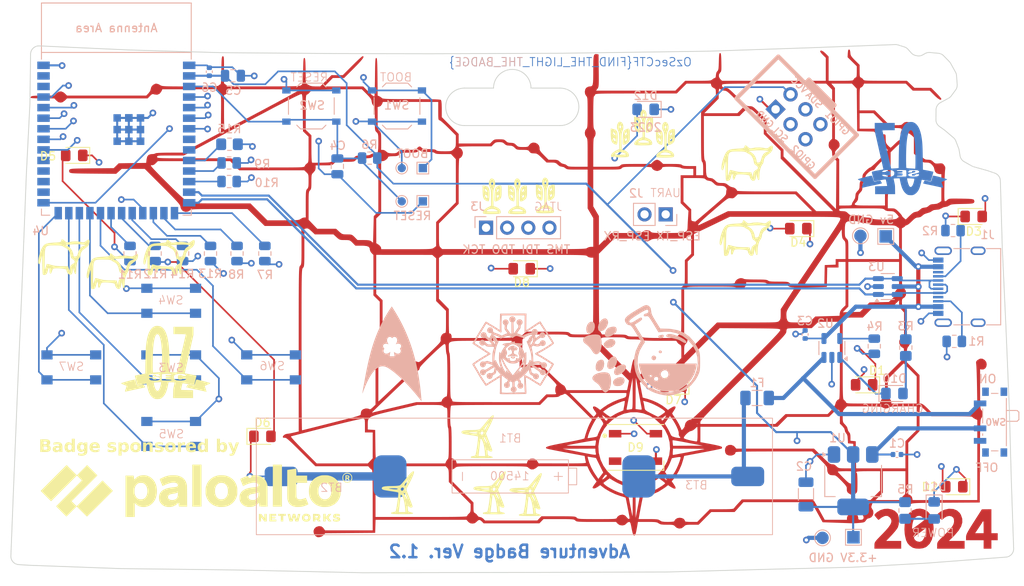
<source format=kicad_pcb>
(kicad_pcb (version 20240108) (generator "pcbnew") (generator_version "8.0")
  (title_block (title "OzSec 2024: Adventure Badge") (date "2024-05-02") (rev "1.2") (company "OzSecurity Foundation"))
  (layers (0 "F.Cu" signal) (1 "In1.Cu" signal) (2 "In2.Cu" signal) (31 "B.Cu" signal) (36 "B.SilkS" user "B.Silkscreen") (37 "F.SilkS" user "F.Silkscreen") (38 "B.Mask" user) (39 "F.Mask" user) (44 "Edge.Cuts" user))
  (net 0 "")
  (net 1 "/RESET")
  (net 2 "GND")
  (net 3 "+3.3V")
  (net 4 "VBUS")
  (net 5 "+BATT")
  (net 6 "Net-(D10-K)")
  (net 7 "Net-(D2-A)")
  (net 8 "Net-(D3-A)")
  (net 9 "Net-(D4-A)")
  (net 10 "Net-(D5-A)")
  (net 11 "Net-(D6-A)")
  (net 12 "Net-(D7-A)")
  (net 13 "Net-(D8-A)")
  (net 14 "Net-(D10-A)")
  (net 16 "Net-(D11-A)")
  (net 17 "Net-(BT1-+)")
  (net 18 "Net-(SW0-A)")
  (net 20 "/D-")
  (net 21 "Net-(J1-CC2)")
  (net 23 "/D+")
  (net 24 "Net-(J1-CC1)")
  (net 25 "/BOOT")
  (net 26 "Net-(D1-A)")
  (net 28 "GPIO3")
  (net 29 "GPIO5")
  (net 30 "GPIO4")
  (net 31 "Net-(U2-PROG)")
  (net 32 "GPIO10")
  (net 33 "GPIO8")
  (net 35 "GPIO11")
  (net 36 "GPIO6")
  (net 37 "GPIO7")
  (net 38 "GPIO18")
  (net 39 "ESP_TX")
  (net 40 "ESP_RX")
  (net 41 "GPIO48")
  (net 42 "GPIO12")
  (net 44 "GPIO47")
  (net 45 "GPIO9")
  (net 46 "TDO")
  (net 47 "TDI")
  (net 52 "TCK")
  (net 53 "TMS")
  (net 54 "GPIO46")
  (net 55 "GPIO45")
  (net 59 "Net-(D12-A)")
  (net 60 "GPIO13")
  (net 61 "GPIO21")
  (net 62 "GPIO14")
  (net 65 "GPIO17")
  (footprint "ozsec-custom:Wheat" (layer "F.Cu") (at 150.875743 83.766482)
    (property "Reference" "REF**" (hide yes))
    (property "Value" "Wheat" (hide yes))
  )
  (footprint "LED_SMD:LED_0805_2012Metric_Pad1.15x1.40mm_HandSolder" (layer "F.Cu") (at 172.304932 94.384983 180)
    (property "Reference" "D4")
    (property "Value" "LED")
  )
  (footprint "LED_SMD:LED_0805_2012Metric_Pad1.15x1.40mm_HandSolder" (layer "F.Cu") (at 193.374932 92.924983)
    (property "Reference" "D3")
    (property "Value" "LED")
  )
  (footprint "ozsec-custom:Windmill" (layer "F.Cu") (at 124.700022 127.120835)
    (property "Reference" "REF**" (hide yes))
    (property "Value" "Windmill" (hide yes))
  )
  (footprint "LED_SMD:LED_0805_2012Metric_Pad1.15x1.40mm_HandSolder" (layer "F.Cu") (at 85.304932 85.584983 180)
    (property "Reference" "D5")
    (property "Value" "LED")
  )
  (footprint "ozsec-custom:Windmill" (layer "F.Cu") (at 140.054932 127.344983)
    (property "Reference" "REF**" (hide yes))
    (property "Value" "Windmill" (hide yes))
  )
  (footprint "LED_SMD:LED_0805_2012Metric_Pad1.15x1.40mm_HandSolder" (layer "F.Cu") (at 157.304932 113.314983 180)
    (property "Reference" "D7")
    (property "Value" "LED")
  )
  (footprint "ozsec-custom:Windmill" (layer "F.Cu") (at 134.280022 120.390835)
    (property "Reference" "REF**" (hide yes))
    (property "Value" "Windmill" (hide yes))
  )
  (footprint "ozsec-custom:Wheat" (layer "F.Cu") (at 153.675743 82.326482)
    (property "Reference" "REF**" (hide yes))
    (property "Value" "Wheat" (hide yes))
  )
  (footprint "ozsec-custom:Wheat" (layer "F.Cu") (at 138.525743 90.586482)
    (property "Reference" "REF**" (hide yes))
    (property "Value" "Wheat" (hide yes))
  )
  (footprint "ozsec-custom:OzSec2024-Copper" (layer "F.Cu") (at 138.184932 102.784983)
    (property "Reference" "REF**" (hide yes))
    (property "Value" "OzSec2024-Copper" (hide yes))
  )
  (footprint "ozsec-custom:Moo" (layer "F.Cu") (at 165.334147 95.34822)
    (property "Reference" "REF**" (hide yes))
    (property "Value" "Moo" (hide yes))
  )
  (footprint "LED_SMD:LED_0805_2012Metric_Pad1.15x1.40mm_HandSolder" (layer "F.Cu") (at 107.914932 119.344983)
    (property "Reference" "D6")
    (property "Value" "LED")
  )
  (footprint "LED_SMD:LED_0805_2012Metric_Pad1.15x1.40mm_HandSolder" (layer "F.Cu") (at 139.074932 99.204983 180)
    (property "Reference" "D8")
    (property "Value" "LED")
  )
  (footprint "ozsec-custom:Wheat" (layer "F.Cu") (at 135.475743 90.586482)
    (property "Reference" "REF**" (hide yes))
    (property "Value" "Wheat" (hide yes))
  )
  (footprint "ozsec-custom:Moo" (layer "F.Cu") (at 165.554147 86.33822)
    (property "Reference" "REF**" (hide yes))
    (property "Value" "Moo" (hide yes))
  )
  (footprint "ozsec-custom:Moo" (layer "F.Cu") (at 89.284147 99.32822)
    (property "Reference" "REF**" (hide yes))
    (property "Value" "Moo" (hide yes))
  )
  (footprint "ozsec-custom:OzSec_Logo_Small" (layer "F.Cu") (at 97 111.5)
    (property "Reference" "REF**" (hide yes))
    (property "Value" "OzSec_Logo_Small" (hide yes))
  )
  (footprint "LED_SMD:LED_WS2812B_PLCC4_5.0x5.0mm_P3.2mm" (layer "F.Cu") (at 152.744932 120.674983)
    (property "Reference" "D9")
    (property "Value" "WS2812B")
  )
  (footprint "ozsec-custom:Moo" (layer "F.Cu") (at 96.104147 97.67822)
    (property "Reference" "REF**" (hide yes))
    (property "Value" "Moo" (hide yes))
  )
  (footprint "ozsec-custom:Wheat" (layer "F.Cu") (at 141.875743 90.486482)
    (property "Reference" "REF**" (hide yes))
    (property "Value" "Wheat" (hide yes))
  )
  (footprint "LED_SMD:LED_0805_2012Metric_Pad1.15x1.40mm_HandSolder" (layer "F.Cu") (at 180.214932 113.154983 180)
    (property "Reference" "D1")
    (property "Value" "LED")
  )
  (footprint "badgelife_sao_v169bis:Badgelife-SAOv169-BADGE-2x3" (layer "F.Cu") (at 172.239833 80.890279 -45)
    (property "Reference" "X1" (hide yes))
    (property "Value" "sao_v1.69bis")
  )
  (footprint "ozsec-custom:Logo_PaloFull" (layer "F.Cu") (at 100 126.18)
    (property "Reference" "REF**" (hide yes))
    (property "Value" "Logo_PaloFull" (hide yes))
  )
  (footprint "LED_SMD:LED_0805_2012Metric_Pad1.15x1.40mm_HandSolder" (layer "F.Cu") (at 191.044932 125.394983 180)
    (property "Reference" "D2")
    (property "Value" "LED")
  )
  (footprint "ozsec-custom:Moo" (layer "F.Cu") (at 83.464147 97.62822)
    (property "Reference" "REF**" (hide yes))
    (property "Value" "Moo" (hide yes))
  )
  (footprint "ozsec-custom:Wheat" (layer "F.Cu") (at 156.305743 83.796482)
    (property "Reference" "REF**" (hide yes))
    (property "Value" "Wheat" (hide yes))
  )
  (footprint "ozsec-custom:Windmill" (layer "F.Cu") (at 135.724932 127.134983)
    (property "Reference" "REF**" (hide yes))
    (property "Value" "Windmill" (hide yes))
  )
  (footprint "Resistor_SMD:R_0805_2012Metric" (layer "B.Cu") (at 95.024932 97.374983 -90)
    (property "Reference" "R12")
    (property "Value" "10")
  )
  (footprint "TestPoint:TestPoint_Pad_1.5x1.5mm" (layer "B.Cu") (at 178.93 131.47 180)
    (property "Reference" "REF**" (hide yes))
    (property "Value" "TestPoint_Pad_1.5x1.5mm")
  )
  (footprint "Resistor_SMD:R_0805_2012Metric" (layer "B.Cu") (at 98.324932 97.374983 -90)
    (property "Reference" "R14")
    (property "Value" "10")
  )
  (footprint "!rufflabs:QR_Serial_10x10" (layer "B.Cu") (at 85.65 126.73 180)
    (property "Reference" "REF**" (hide yes))
    (property "Value" "QR_Serial_10x10" (hide yes))
  )
  (footprint "LED_SMD:LED_0805_2012Metric_Pad1.15x1.40mm_HandSolder" (layer "B.Cu") (at 183.854932 114.194983)
    (property "Reference" "D10")
    (property "Value" "CHARGING")
  )
  (footprint "Capacitor_SMD:C_1206_3216Metric" (layer "B.Cu") (at 173.224932 126.324983 90)
    (property "Reference" "C2")
    (property "Value" "100uF")
  )
  (footprint "ozsec-custom:MY-AA-04_Silkscreen_Only" (layer "B.Cu") (at 137.784605 124.07 180)
    (property "Reference" "BT1")
    (property "Value" "Battery")
  )
  (footprint "Capacitor_SMD:C_0402_1005Metric" (layer "B.Cu") (at 173.124932 107.104983 90)
    (property "Reference" "C3")
    (property "Value" "1uF")
  )
  (footprint "LED_SMD:LED_0805_2012Metric_Pad1.15x1.40mm_HandSolder" (layer "B.Cu") (at 153.964932 80.054983 180)
    (property "Reference" "D12")
    (property "Value" "2023")
  )
  (footprint "Capacitor_SMD:C_0805_2012Metric" (layer "B.Cu") (at 104.374932 76.014983)
    (property "Reference" "C5")
    (property "Value" "22uF")
  )
  (footprint "Capacitor_SMD:C_0805_2012Metric" (layer "B.Cu") (at 116.92 86.9 -90)
    (property "Reference" "C4")
    (property "Value" "10uF")
  )
  (footprint "Resistor_SMD:R_0805_2012Metric" (layer "B.Cu") (at 103.914932 88.724983)
    (property "Reference" "R10")
    (property "Value" "10")
  )
  (footprint "Connector_PinHeader_2.54mm:PinHeader_1x04_P2.54mm_Vertical" (layer "B.Cu") (at 134.784932 94.274983 -90)
    (property "Reference" "J3")
    (property "Value" "JTAG")
  )
  (footprint "Resistor_SMD:R_0805_2012Metric_Pad1.20x1.40mm_HandSolder" (layer "B.Cu") (at 185.22 108.68 -90)
    (property "Reference" "R3")
    (property "Value" "1K")
  )
  (footprint "Fuse:Fuse_1206_3216Metric" (layer "B.Cu") (at 167.354932 114.734983 180)
    (property "Reference" "F1")
    (property "Value" "Fuse")
  )
  (footprint "Button_Switch_SMD:SW_Push_1P1T_XKB_TS-1187A" (layer "B.Cu") (at 113.794932 79.654983 180)
    (property "Reference" "SW2")
    (property "Value" "RESET")
  )
  (footprint "Resistor_SMD:R_0805_2012Metric" (layer "B.Cu") (at 190.894932 94.614983 180)
    (property "Reference" "R2")
    (property "Value" "5.1K")
  )
  (footprint "Resistor_SMD:R_0805_2012Metric_Pad1.20x1.40mm_HandSolder" (layer "B.Cu") (at 103.96 84.25)
    (property "Reference" "R15")
    (property "Value" "1K")
  )
  (footprint "TestPoint:TestPoint_Pad_1.0x1.0mm" (layer "B.Cu") (at 127.19 87.11 180)
    (property "Reference" "REF**" (hide yes))
    (property "Value" "TestPoint_Pad_1.0x1.0mm")
  )
  (footprint "Package_TO_SOT_SMD:SOT-223" (layer "B.Cu") (at 178.892432 124.674983 -90)
    (property "Reference" "U1")
    (property "Value" "TLV1117LV-33")
  )
  (footprint "TestPoint:TestPoint_Pad_D1.5mm" (layer "B.Cu") (at 175.21 131.54 180)
    (property "Reference" "REF**" (hide yes))
    (property "Value" "TestPoint_Pad_D1.5mm")
  )
  (footprint "ozsec-custom:SW_SMD_TSC015XXXXXXX" (layer "B.Cu") (at 84.954932 111.054983 180)
    (property "Reference" "SW7")
    (property "Value" "RIGHT")
  )
  (footprint "TestPoint:TestPoint_Pad_D1.5mm" (layer "B.Cu") (at 179.77 95.25 180)
    (property "Reference" "REF**" (hide yes))
    (property "Value" "TestPoint_Pad_D1.5mm")
  )
  (footprint "ozsec-custom:SW_SMD_TSC015XXXXXXX" (layer "B.Cu") (at 96.954932 111.054983 180)
    (property "Reference" "SW3")
    (property "Value" "SELECT")
  )
  (footprint "Button_Switch_SMD:SW_SPDT_PCM12" (layer "B.Cu") (at 195.574932 117.634983 -90)
    (property "Reference" "SW0")
    (property "Value" "POWER" (hide yes))
  )
  (footprint "ozsec-custom:OzSec_Logo_Small_Cu" (layer "B.Cu") (at 184.118363 86.99976 180)
    (property "Reference" "REF**" (hide yes))
    (property "Value" "OzSec_Logo_Small_Cu" (hide yes))
  )
  (footprint "TestPoint:TestPoint_Pad_D1.0mm" (layer "B.Cu") (at 124.66 91.11 180)
    (property "Reference" "REF**" (hide yes))
    (property "Value" "")
  )
  (footprint "Resistor_SMD:R_0805_2012Metric" (layer "B.Cu") (at 191.044932 107.934983)
    (property "Reference" "R1")
    (property "Value" "5.1K")
  )
  (footprint "ozsec-custom:SW_SMD_TSC015XXXXXXX" (layer "B.Cu") (at 108.954932 111.054983 180)
    (property "Reference" "SW6")
    (property "Value" "LEFT")
  )
  (footprint "ozsec-custom:MY-AA-04_Positive" (layer "B.Cu") (at 138.594605 124.26 180)
    (property "Reference" "BT3")
    (property "Value" "Battery clip positive" (hide yes))
  )
  (footprint "Resistor_SMD:R_0805_2012Metric_Pad1.20x1.40mm_HandSolder" (layer "B.Cu") (at 185.13 128.25 -90)
    (property "Reference" "R5")
    (property "Value" "1K")
  )
  (footprint "TestPoint:TestPoint_Pad_1.0x1.0mm" (layer "B.Cu") (at 127.19 91.11 180)
    (property "Reference" "REF**" (hide yes))
    (property "Value" "")
  )
  (footprint "Package_TO_SOT_SMD:SOT-23-6" (layer "B.Cu") (at 183.054932 101.344983)
    (property "Reference" "U3")
    (property "Value" "USBLC6-2SC6")
  )
  (footprint "ozsec-custom:Logo-rufflabs" (layer "B.Cu") (at 153.5 109 180)
    (property "Reference" "REF**" (hide yes))
    (property "Value" "Logo-rufflabs" (hide yes))
  )
  (footprint "ozsec-custom:SW_SMD_TSC015XXXXXXX" (layer "B.Cu") (at 96.954932 119.054983 180)
    (property "Reference" "SW5")
    (property "Value" "DOWN")
  )
  (footprint "Package_TO_SOT_SMD:TSOT-23-5" (layer "B.Cu") (at 176.337432 108.724983 90)
    (property "Reference" "U2")
    (property "Value" "ME4054BM5G-N")
  )
  (footprint "ozsec-custom:Logo-ursus" (layer "B.Cu") (at 138 109.5 180)
    (property "Reference" "REF**" (hide yes))
    (property "Value" "Logo-ursus" (hide yes))
  )
  (footprint "Resistor_SMD:R_0805_2012Metric" (layer "B.Cu") (at 92.004932 97.374983 -90)
    (property "Reference" "R11")
    (property "Value" "10")
  )
  (footprint "ozsec-custom:SW_SMD_TSC015XXXXXXX" (layer "B.Cu") (at 96.954932 103.054983 180)
    (property "Reference" "SW4")
    (property "Value" "UP")
  )
  (footprint "Capacitor_SMD:C_0402_1005Metric" (layer "B.Cu") (at 184.164932 121.524983)
    (property "Reference" "C1")
    (property "Value" "0.1uF")
  )
  (footprint "TestPoint:TestPoint_Pad_D1.0mm" (layer "B.Cu") (at 124.66 87.11 180)
    (property "Reference" "REF**" (hide yes))
    (property "Value" "TestPoint_Pad_D1.0mm")
  )
  (footprint "ozsec-custom:MY-AA-04_Negative" (layer "B.Cu") (at 138.594605 124.26 180)
    (property "Reference" "BT2")
    (property "Value" "Battery clip negative" (hide yes))
  )
  (footprint "Resistor_SMD:R_0805_2012Metric" (layer "B.Cu") (at 120.801134 85.91209 180)
    (property "Reference" "R6")
    (property "Value" "10K")
  )
  (footprint "Connector_USB:USB_C_Receptacle_G-Switch_GT-USB-7010ASV" (layer "B.Cu") (at 192.834932 101.364983 -90)
    (property "Reference" "J1")
    (property "Value" "USB_C_Receptacle_USB2.0")
  )
  (footprint "TestPoint:TestPoint_Pad_1.5x1.5mm" (layer "B.Cu") (at 182.81 95.32 180)
    (property "Reference" "REF**" (hide yes))
    (property "Value" "TestPoint_Pad_1.5x1.5mm")
  )
  (footprint "PCM_Espressif:ESP32-S3-WROOM-1" (layer "B.Cu") (at 90.364932 83.024983 180)
    (property "Reference" "U4")
    (property "Value" "ESP32-S3-WROOM-1-N8R8")
  )
  (footprint "ozsec-custom:Logo_LightTheBadge" (layer "B.Cu") (at 140.984932 74.974983 180)
    (property "Reference" "REF**" (hide yes))
    (property "Value" "Logo_LightTheBadge" (hide yes))
  )
  (footprint "Connector_PinHeader_2.54mm:PinHeader_1x02_P2.54mm_Vertical" (layer "B.Cu") (at 156.369932 92.674983 90)
    (property "Reference" "J2")
    (property "Value" "UART")
  )
  (footprint "LED_SMD:LED_0805_2012Metric_Pad1.15x1.40mm_HandSolder" (layer "B.Cu") (at 188.624932 128.244983 -90)
    (property "Reference" "D11")
    (property "Value" "POWER")
  )
  (footprint "Resistor_SMD:R_0805_2012Metric" (layer "B.Cu") (at 108.204932 97.374983 -90)
    (property "Reference" "R7")
    (property "Value" "10")
  )
  (footprint "Resistor_SMD:R_0805_2012Metric" (layer "B.Cu") (at 103.914932 86.494983)
    (property "Reference" "R9")
    (property "Value" "10")
  )
  (footprint "ozsec-custom:Logo-PedroTheIntern" (layer "B.Cu") (at 123.5 109.441969 180)
    (property "Reference" "REF**" (hide yes))
    (property "Value" "Logo-PedroTheIntern" (hide yes))
  )
  (footprint "Capacitor_SMD:C_0402_1005Metric" (layer "B.Cu") (at 101.534932 75.534983 90)
    (property "Reference" "C6")
    (property "Value" "0.1uF")
  )
  (footprint "Resistor_SMD:R_0805_2012Metric" (layer "B.Cu") (at 104.864932 97.374983 -90)
    (property "Reference" "R8")
    (property "Value" "10")
  )
  (footprint "Button_Switch_SMD:SW_Push_1P1T_XKB_TS-1187A" (layer "B.Cu") (at 124.084932 79.654983 180)
    (property "Reference" "SW1")
    (property "Value" "BOOT")
  )
  (footprint "Resistor_SMD:R_0805_2012Metric" (layer "B.Cu") (at 181.434932 108.514983 -90)
    (property "Reference" "R4")
    (property "Value" "2K")
  )
  (footprint "Resistor_SMD:R_0805_2012Metric" (layer "B.Cu") (at 101.674932 97.374983 -90)
    (property "Reference" "R13")
    (property "Value" "10")
  )
  (gr_arc (start 132.184952 82.003008) (mid 129.934907 79.752983) (end 132.184952 77.503008) (stroke (width 0.1)) (layer "Edge.Cuts"))
  (gr_arc (start 135.684952 77.503008) (mid 137.934952 75.253008) (end 140.184952 77.503008) (stroke (width 0.1)) (layer "Edge.Cuts"))
  (gr_arc (start 143.684952 77.503008) (mid 145.934907 79.752983) (end 143.684952 82.003008) (stroke (width 0.1)) (layer "Edge.Cuts"))
  (gr_line (start 140.184952 77.503008) (end 143.684952 77.503008) (stroke (width 0.1)) (layer "Edge.Cuts"))
  (gr_poly (pts (arc (start 196.582175 88.633055) (mid 196.388897 88.070272) (end 195.91013 87.71691)) (xy 195.091345 87.433064) (xy 195.032832 87.414768) (arc (start 193.387062 86.955056) (mid 193.275063 86.916483) (end 193.168407 86.864943)) (arc (start 192.240023 86.346329) (mid 191.911016 86.050381) (end 191.741942 85.641425)) (arc (start 191.618994 84.920502) (mid 191.597661 84.82431) (end 191.566973 84.730681)) (arc (start 191.2339 83.861795) (mid 191.116118 83.641618) (end 190.947451 83.457493)) (xy 189.914319 82.580151) (xy 189.848261 82.528656) (arc (start 189.257925 82.106987) (mid 188.947006 81.744975) (end 188.83925 81.280097)) (arc (start 188.854628 80.111372) (mid 188.999435 79.606116) (end 189.380441 79.244057)) (arc (start 190.354767 78.71942) (mid 190.53607 78.594237) (end 190.685551 78.432381)) (arc (start 191.203084 77.73044) (mid 191.358865 77.414665) (end 191.395566 77.064472)) (arc (start 191.318261 76.001536) (mid 191.279632 75.789762) (end 191.196567 75.591165)) (arc (start 190.617274 74.540714) (mid 190.545144 74.428371) (end 190.458691 74.326638)) (arc (start 189.76907 73.617125) (mid 189.483992 73.412257) (end 189.145685 73.318508)) (arc (start 188.126101 73.222547) (mid 187.822546 73.240432) (end 187.538388 73.34869)) (arc (start 187.263507 73.504873) (mid 186.921701 73.623744) (end 186.559968 73.613219)) (arc (start 186.409983 73.581079) (mid 186.11816 73.468509) (end 185.875377 73.271307)) (arc (start 185.485595 72.837119) (mid 185.282391 72.664082) (end 185.040656 72.550956)) (arc (start 184.286852 72.314594) (mid 184.120411 72.277639) (end 183.950111 72.269491)) (xy 173.744182 72.652951) (xy 173.740557 72.653081) (xy 161.672262 73.062683) (xy 161.652472 73.063159) (xy 143.977534 73.312946) (xy 143.967203 73.313039) (xy 128.185172 73.373008) (xy 128.179567 73.373014) (xy 117.105342 73.353024) (xy 117.099395 73.352996) (xy 102.923168 73.243103) (xy 102.901575 73.242702) (xy 92.020289 72.923252) (xy 92.004454 72.922661) (arc (start 81.104054 72.429678) (mid 80.372647 72.701296) (end 80.058958 73.415671)) (xy 79.982612 79.294298) (xy 79.981425 79.331717) (xy 79.552661 87.827242) (xy 79.552144 87.838799) (xy 79.012452 101.720883) (xy 79.012277 101.725154) (xy 78.48242 114.001841) (xy 78.482321 114.004197) (xy 78.052397 124.542327) (xy 78.052342 124.543712) (arc (start 77.690829 133.717094) (mid 77.947692 134.42648) (end 78.627115 134.754489)) (xy 79.859178 134.832187) (xy 79.885577 134.833502) (xy 90.800007 135.232567) (xy 90.824739 135.233165) (xy 104.35737 135.39296) (xy 104.367367 135.393128) (xy 119.940499 135.73276) (xy 119.964241 135.732996) (xy 140.591758 135.69302) (xy 140.592981 135.693017) (xy 156.400674 135.643056) (xy 156.42406 135.642709) (xy 167.331308 135.353047) (xy 167.333429 135.352993) (xy 178.776963 135.073395) (xy 178.807757 135.072168) (xy 187.642081 134.583588) (xy 187.662642 134.582238) (xy 195.151955 134.01305) (xy 195.152784 134.012988) (arc (start 197.254932 133.854983) (mid 197.924675 133.525189) (end 198.17939 132.823448)) (xy 197.902479 124.766232) (xy 197.902279 124.759806) (xy 197.652561 115.819896) (xy 197.652082 115.806145) (xy 197.24246 105.985202) (xy 197.242268 105.980836) (xy 196.812769 96.66169) (xy 196.81212 96.644342)) (stroke (width 0.1)) (fill none) (layer "Edge.Cuts"))
  (gr_line (start 143.684952 82.003008) (end 132.184952 82.003008) (stroke (width 0.1)) (layer "Edge.Cuts"))
  (gr_line (start 135.684952 77.503008) (end 132.184952 77.503008) (stroke (width 0.1)) (layer "Edge.Cuts"))
  (gr_text "Adventure Badge Ver. 1.2" (at 152.26 134.06 0) (layer "B.Cu") (effects (font (size 1.5 1.5) (thickness 0.3) (bold yes)) (justify left bottom mirror)))
  (gr_text "RESET" (at 128.3 93.43 0) (layer "B.SilkS") (effects (font (size 1 1)) (justify left bottom mirror)))
  (gr_text "POWER" (at 191.11 131.52 0) (layer "B.SilkS") (effects (font (size 1 1) (thickness 0.1)) (justify left bottom mirror)))
  (gr_text "BOOT\n" (at 125.96 76.78 0) (layer "B.SilkS") (effects (font (size 1 1) (thickness 0.1)) (justify left bottom mirror)))
  (gr_text "UART" (at 158.26 90.68 0) (layer "B.SilkS") (effects (font (size 1 1) (thickness 0.1)) (justify left bottom mirror)))
  (gr_text "2023" (at 155.97 82.81 0) (layer "B.SilkS") (effects (font (size 1 1)) (justify left bottom mirror)))
  (gr_text "ON" (at 196.2 113.03 0) (layer "B.SilkS") (effects (font (size 1 1)) (justify left bottom mirror)))
  (gr_text "RESET" (at 115.875265 76.792316 0) (layer "B.SilkS") (effects (font (size 1 1) (thickness 0.1)) (justify left bottom mirror)))
  (gr_text "CHARGING" (at 187.42 116.61 0) (layer "B.SilkS") (effects (font (size 1 1) (thickness 0.1)) (justify left bottom mirror)))
  (gr_text "BOOT" (at 127.966667 85.96 0) (layer "B.SilkS") (effects (font (size 1 1)) (justify left bottom mirror)))
  (gr_text "+3.3V GND" (at 181.924932 134.514983 0) (layer "B.SilkS") (effects (font (size 1 1)) (justify left bottom mirror)))
  (gr_text "ESP_TX ESP_RX" (at 160.69 95.87 0) (layer "B.SilkS") (effects (font (size 1 1)) (justify left bottom mirror)))
  (gr_text "5v GND" (at 183.914932 93.894983 0) (layer "B.SilkS") (effects (font (size 1 1)) (justify left bottom mirror)))
  (gr_text "OFF" (at 196.43 123.69 0) (layer "B.SilkS") (effects (font (size 1 1)) (justify left bottom mirror)))
  (gr_text "JTAG" (at 144.02 92.34 0) (layer "B.SilkS") (effects (font (size 1 1) (thickness 0.1)) (justify left bottom mirror)))
  (gr_text "TMS TDI TDO TCK" (at 144.99 97.47 0) (layer "B.SilkS") (effects (font (size 1 1)) (justify left bottom mirror)))
  (gr_text "Badge sponsored by" (at 81.03 121.48 0) (layer "F.SilkS") (effects (font (size 1.5 1.5) (thickness 0.3) (bold yes)) (justify left bottom)))
  (segment (start 124.66 91.11) (end 119.888634 86.338634) (width 0.2) (layer "B.Cu") (net 1))
  (segment (start 106.209983 81.529983) (end 110.794932 81.529983) (width 0.2) (layer "B.Cu") (net 1))
  (segment (start 116.92 81.655051) (end 116.794932 81.529983) (width 0.2) (layer "B.Cu") (net 1))
  (segment (start 119.850724 85.95) (end 119.888634 85.91209) (width 0.2) (layer "B.Cu") (net 1))
  (segment (start 110.794932 81.529983) (end 111.019932 81.304983) (width 0.2) (layer "B.Cu") (net 1))
  (segment (start 101.984983 77.304983) (end 106.209983 81.529983) (width 0.2) (layer "B.Cu") (net 1))
  (segment (start 116.569932 81.304983) (end 116.794932 81.529983) (width 0.2) (layer "B.Cu") (net 1))
  (segment (start 119.888634 86.338634) (end 119.888634 85.91209) (width 0.2) (layer "B.Cu") (net 1))
  (segment (start 116.92 85.95) (end 119.850724 85.95) (width 0.2) (layer "B.Cu") (net 1))
  (segment (start 116.92 85.95) (end 116.92 81.655051) (width 0.2) (layer "B.Cu") (net 1))
  (segment (start 99.114932 77.304983) (end 101.984983 77.304983) (width 0.2) (layer "B.Cu") (net 1))
  (segment (start 111.019932 81.304983) (end 116.569932 81.304983) (width 0.2) (layer "B.Cu") (net 1))
  (segment (start 142.464932 99.204983) (end 142.484932 99.184983) (width 0.2) (layer "F.Cu") (net 2))
  (segment (start 179.684983 108.774983) (end 179.374932 108.774983) (width 0.2) (layer "F.Cu") (net 2))
  (segment (start 87.444932 85.584983) (end 88.284932 86.424983) (width 0.2) (layer "F.Cu") (net 2))
  (segment (start 190.074932 92.924983) (end 190.004932 92.854983) (width 0.2) (layer "F.Cu") (net 2))
  (segment (start 192.444932 125.394983) (end 192.444932 124.454983) (width 0.2) (layer "F.Cu") (net 2))
  (segment (start 181.56 110.65) (end 179.684983 108.774983) (width 0.2) (layer "F.Cu") (net 2))
  (segment (start 140.474932 99.204983) (end 142.464932 99.204983) (width 0.2) (layer "F.Cu") (net 2))
  (segment (start 191.974932 92.924983) (end 190.074932 92.924983) (width 0.2) (layer "F.Cu") (net 2))
  (segment (start 155.194932 120.984983) (end 155.254932 120.924983) (width 0.25) (layer "F.Cu") (net 2))
  (segment (start 155.194932 122.324983) (end 155.194932 120.984983) (width 0.25) (layer "F.Cu") (net 2))
  (segment (start 169.706778 79.868932) (end 168.718881 79.868932) (width 0.25) (layer "F.Cu") (net 2))
  (segment (start 192.444932 124.454983) (end 191.304932 123.314983) (width 0.2) (layer "F.Cu") (net 2))
  (segment (start 158.704932 113.314983) (end 158.704932 115.144983) (width 0.2) (layer "F.Cu") (net 2))
  (segment (start 173.704932 94.384983) (end 173.704932 96.234983) (width 0.2) (layer "F.Cu") (net 2))
  (segment (start 106.404932 124.134983) (end 106.404932 123.694983) (width 0.2) (layer "F.Cu") (net 2))
  (segment (start 168.718881 79.868932) (end 167.684932 78.834983) (width 0.25) (layer "F.Cu") (net 2))
  (segment (start 158.704932 115.144983) (end 158.654932 115.194983) (width 0.2) (layer "F.Cu") (net 2))
  (segment (start 86.704932 85.584983) (end 87.444932 85.584983) (width 0.2) (layer "F.Cu") (net 2))
  (segment (start 181.56 112.834915) (end 181.56 110.65) (width 0.2) (layer "F.Cu") (net 2))
  (segment (start 106.404932 123.694983) (end 106.514932 123.584983) (width 0.2) (layer "F.Cu") (net 2))
  (segment (start 106.514932 123.584983) (end 106.514932 119.344983) (width 0.2) (layer "F.Cu") (net 2))
  (segment (start 181.239932 113.154983) (end 181.56 112.834915) (width 0.2) (layer "F.Cu") (net 2))
  (via (at 179.374932 108.774983) (size 0.8) (drill 0.4) (layers "F.Cu" "B.Cu") (net 2))
  (via (at 173.27 131.8) (size 0.8) (drill 0.4) (layers "F.Cu" "B.Cu") (net 2))
  (via (at 158.654932 115.194983) (size 0.8) (drill 0.4) (layers "F.Cu" "B.Cu") (net 2))
  (via (at 91.574932 101.594983) (size 0.8) (drill 0.4) (layers "F.Cu" "B.Cu") (net 2))
  (via (at 187.034932 105.524983) (size 0.8) (drill 0.4) (layers "F.Cu" "B.Cu") (net 2))
  (via (at 190.174932 109.804983) (size 0.8) (drill 0.4) (layers "F.Cu" "B.Cu") (net 2))
  (via (at 104.234932 107.774983) (size 0.8) (drill 0.4) (layers "F.Cu" "B.Cu") (net 2))
  (via (at 187.124932 97.304983) (size 0.8) (drill 0.4) (layers "F.Cu" "B.Cu") (net 2))
  (via (at 106.404932 124.134983) (size 0.8) (drill 0.4) (layers "F.Cu" "B.Cu") (net 2))
  (via (at 179.78 97.28) (size 0.8) (drill 0.4) (layers "F.Cu" "B.Cu") (net 2))
  (via (at 180.624932 101.344983) (size 0.8) (drill 0.4) (layers "F.Cu" "B.Cu") (net 2))
  (via (at 114.674932 83.874983) (size 0.8) (drill 0.4) (layers "F.Cu" "B.Cu") (net 2))
  (via (at 94.754932 80.484983) (size 0.8) (drill 0.4) (layers "F.Cu" "B.Cu") (net 2))
  (via (at 171.98 107.05) (size 0.8) (drill 0.4) (layers "F.Cu" "B.Cu") (net 2))
  (via (at 142.484932 99.184983) (size 0.8) (drill 0.4) (layers "F.Cu" "B.Cu") (net 2))
  (via (at 88.284932 86.424983) (size 0.8) (drill 0.4) (layers "F.Cu" "B.Cu") (net 2))
  (via (at 176.314932 113.074983) (size 0.8) (drill 0.4) (layers "F.Cu" "B.Cu") (net 2))
  (via (at 156.994932 80.054983) (size 0.8) (drill 0.4) (layers "F.Cu" "B.Cu") (net 2))
  (via (at 190.004932 92.854983) (size 0.8) (drill 0.4) (layers "F.Cu" "B.Cu") (net 2))
  (via (at 173.704932 96.234983) (size 0.8) (drill 0.4) (layers "F.Cu" "B.Cu") (net 2))
  (via (at 83.844932 74.794983) (size 0.8) (drill 0.4) (layers "F.Cu" "B.Cu") (net 2))
  (via (at 83.794932 106.944983) (size 0.8) (drill 0.4) (layers "F.Cu" "B.Cu") (net 2))
  (via (at 173.714932 122.344983) (size 0.8) (drill 0.4) (layers "F.Cu" "B.Cu") (net 2))
  (via (at 102.684932 114.854983) (size 0.8) (drill 0.4) (layers "F.Cu" "B.Cu") (net 2))
  (via (at 155.254932 120.924983) (size 0.8) (drill 0.4) (layers "F.Cu" "B.Cu") (net 2))
  (via (at 110.51 76.44) (size 0.8) (drill 0.4) (layers "F.Cu" "B.Cu") (net 2))
  (via (at 106.934932 76.034983) (size 0.8) (drill 0.4) (layers "F.Cu" "B.Cu") (net 2))
  (via (at 186.574932 121.524983) (size 0.8) (drill 0.4) (layers "F.Cu" "B.Cu") (net 2))
  (via (at 120.06 76.22) (size 0.8) (drill 0.4) (layers "F.Cu" "B.Cu") (net 2))
  (via (at 167.684932 78.834983) (size 0.8) (drill 0.4) (layers "F.Cu" "B.Cu") (net 2))
  (via (at 191.304932 123.314983) (size 0.8) (drill 0.4) (layers "F.Cu" "B.Cu") (net 2))
  (segment (start 174.534932 121.524983) (end 173.714932 122.344983) (width 0.2) (layer "B.Cu") (net 2))
  (segment (start 106.424932 124.154983) (end 106.404932 124.134983) (width 0.2) (layer "B.Cu") (net 2))
  (segment (start 114.674932 83.874983) (end 114.674932 87.144932) (width 0.2) (layer "B.Cu") (net 2))
  (segment (start 184.644932 121.524983) (end 186.574932 121.524983) (width 0.2) (layer "B.Cu") (net 2))
  (segment (start 173.53 131.54) (end 173.27 131.8) (width 0.5) (layer "B.Cu") (net 2))
  (segment (start 176.337432 113.052483) (end 176.314932 113.074983) (width 0.2) (layer "B.Cu") (net 2))
  (segment (start 190.004932 92.854983) (end 190.004932 94.592483) (width 0.2) (layer "B.Cu") (net 2))
  (segment (start 190.004932 94.592483) (end 189.982432 94.614983) (width 0.2) (layer "B.Cu") (net 2))
  (segment (start 110.794932 76.724932) (end 110.51 76.44) (width 0.2) (layer "B.Cu") (net 2))
  (segment (start 81.614932 74.764983) (end 83.814932 74.764983) (width 0.25) (layer "B.Cu") (net 2))
  (segment (start 155.364932 80.054983) (end 156.994932 80.054983) (width 0.2) (layer "B.Cu") (net 2))
  (segment (start 93.264932 81.084983) (end 94.154932 81.084983) (width 0.25) (layer "B.Cu") (net 2))
  (segment (start 110.794932 77.779983) (end 110.794932 76.724932) (width 0.2) (layer "B.Cu") (net 2))
  (segment (start 175.21 131.54) (end 173.53 131.54) (width 0.5) (layer "B.Cu") (net 2))
  (segment (start 94.029932 101.554983) (end 91.614932 101.554983) (width 0.2) (layer "B.Cu") (net 2))
  (segment (start 188.624932 125.994983) (end 188.624932 126.844983) (width 0.2) (layer "B.Cu") (net 2))
  (segment (start 90.464932 83.884983) (end 90.464932 81.084983) (width 0.25) (layer "B.Cu") (net 2))
  (segment (start 99.879932 109.554983) (end 102.684932 112.359983) (width 0.2) (layer "B.Cu") (net 2))
  (segment (start 189.109932 98.164983) (end 187.984932 98.164983) (width 0.2) (layer "B.Cu") (net 2))
  (segment (start 191.304932 123.314983) (end 188.624932 125.994983) (width 0.2) (layer "B.Cu") (net 2))
  (segment (start 121.084932 77.779983) (end 127.084932 77.779983) (width 0.2) (layer "B.Cu") (net 2))
  (segment (start 181.434932 109.427483) (end 180.027432 109.427483) (width 0.2) (layer "B.Cu") (net 2))
  (segment (start 101.564932 75.054983) (end 101.629932 74.989983) (width 0.2) (layer "B.Cu") (net 2))
  (segment (start 101.244932 74.764983) (end 101.534932 75.054983) (width 0.2) (layer "B.Cu") (net 2))
  (segment (start 176.592432 121.524983) (end 174.534932 121.524983) (width 0.2) (layer "B.Cu") (net 2))
  (segment (start 111.879932 109.554983) (end 106.029932 109.554983) (width 0.2) (layer "B.Cu") (net 2))
  (segment (start 173.714932 122.344983) (end 173.224932 122.834983) (width 0.2) (layer "B.Cu") (net 2))
  (segment (start 102.579932 114.854983) (end 99.879932 117.554983) (width 0.2) (layer "B.Cu") (net 2))
  (segment (start 102.684932 112.359983) (end 102.684932 114.854983) (width 0.2) (layer "B.Cu") (net 2))
  (segment (start 115.38 87.85) (end 116.92 87.85) (width 0.2) (layer "B.Cu") (net 2))
  (segment (start 173.224932 122.834983) (end 173.224932 124.849983) (width 0.2) (layer "B.Cu") (net 2))
  (segment (start 109.704932 124.154983) (end 122.784932 124.154983) (width 1) (layer "B.Cu") (net 2))
  (segment (start 179.77 95.25) (end 179.77 97.27) (width 0.5) (layer "B.Cu") (net 2))
  (segment (start 99.114932 74.764983) (end 101.244932 74.764983) (width 0.2) (layer "B.Cu") (net 2))
  (segment (start 121.56 92.49) (end 116.92 87.85) (width 0.2) (layer "B.Cu") (net 2))
  (segment (start 187.994932 104.564983) (end 187.034932 105.524983) (width 0.2) (layer "B.Cu") (net 2))
  (segment (start 90.464932 81.084983) (end 93.264932 81.084983) (width 0.25) (layer "B.Cu") (net 2))
  (segment (start 91.864932 81.084983) (end 91.864932 83.884983) (width 0.25) (layer "B.Cu") (net 2))
  (segment (start 82.029932 108.709983) (end 83.794932 106.944983) (width 0.2) (layer "B.Cu") (net 2))
  (segment (start 172.699915 107.05) (end 173.124932 106.624983) (width 0.2) (layer "B.Cu") (net 2))
  (segment (start 127.19 87.11) (end 128.23 86.07) (width 0.2) (layer "B.Cu") (net 2))
  (segment (start 190.132432 107.934983) (end 190.132432 109.762483) (width 0.2) (layer "B.Cu") (net 2))
  (segment (start 114.674932 87.144932) (end 115.38 87.85) (width 0.2) (layer "B.Cu") (net 2))
  (segment (start 99.879932 117.554983) (end 94.029932 117.554983) (width 0.2) (layer "B.Cu") (net 2))
  (segment (start 179.81 97.25) (end 179.78 97.28) (width 0.2) (layer "B.Cu") (net 2))
  (segment (start 99.879932 101.554983) (end 94.029932 101.554983) (width 0.2) (layer "B.Cu") (net 2))
  (segment (start 179.77 97.27) (end 179.78 97.28) (width 0.5) (layer "B.Cu") (net 2))
  (segment (start 128.23 86.07) (end 128.23 78.925051) (width 0.2) (layer "B.Cu") (net 2))
  (segment (start 106.914932 76.014983) (end 106.934932 76.034983) (width 0.2) (layer "B.Cu") (net 2))
  (segment (start 93.264932 81.084983) (end 93.264932 83.884983) (width 0.25) (layer "B.Cu") (net 2))
  (segment (start 176.337432 109.862483) (end 176.337432 113.052483) (width 0.2) (layer "B.Cu") (net 2))
  (segment (start 127.19 91.11) (end 125.81 92.49) (width 0.2) (layer "B.Cu") (net 2))
  (segment (start 101.629932 74.989983) (end 104.299932 74.989983) (width 0.2) (layer "B.Cu") (net 2))
  (segment (start 101.534932 75.054983) (end 101.564932 75.054983) (width 0.2) (layer "B.Cu") (net 2))
  (segment (start 190.132432 109.762483) (end 190.174932 109.804983) (width 0.2) (layer "B.Cu") (net 2))
  (segment (start 109.704932 124.154983) (end 106.424932 124.154983) (width 0.2) (layer "B.Cu") (net 2))
  (segment (start 189.109932 104.564983) (end 187.994932 104.564983) (width 0.2) (layer "B.Cu") (net 2))
  (segment (start 171.98 107.05) (end 172.699915 107.05) (width 0.2) (layer "B.Cu") (net 2))
  (segment (start 87.879932 109.554983) (end 82.029932 109.554983) (width 0.2) (layer "B.Cu") (net 2))
  (segment (start 180.027432 109.427483) (end 179.374932 108.774983) (width 0.2) (layer "B.Cu") (net 2))
  (segment (start 104.299932 74.989983) (end 105.324932 76.014983) (width 0.2) (layer "B.Cu") (net 2))
  (segment (start 102.684932 114.854983) (end 102.579932 114.854983) (width 0.2) (layer "B.Cu") (net 2))
  (segment (start 83.814932 74.764983) (end 83.844932 74.794983) (width 0.25) (layer "B.Cu") (net 2))
  (segment (start 90.464932 82.484983) (end 93.264932 82.484983) (width 0.25) (layer "B.Cu") (net 2))
  (segment (start 180.624932 101.344983) (end 181.917432 101.344983) (width 0.25) (layer "B.Cu") (net 2))
  (segment (start 94.154932 81.084983) (end 94.754932 80.484983) (width 0.25) (layer "B.Cu") (net 2))
  (segment (start 120.06 76.22) (end 120.06 76.755051) (width 0.2) (layer "B.Cu") (net 2))
  (segment (start 90.344932 84.004983) (end 90.464932 83.884983) (width 0.2) (layer "B.Cu") (net 2))
  (segment (start 120.06 76.755051) (end 121.084932 77.779983) (width 0.2) (layer "B.Cu") (net 2))
  (segment (start 99.879932 109.554983) (end 94.029932 109.554983) (width 0.2) (layer "B.Cu") (net 2))
  (segment (start 187.984932 98.164983) (end 187.124932 97.304983) (width 0.2) (layer "B.Cu") (net 2))
  (segment (start 105.324932 76.014983) (end 106.914932 76.014983) (width 0.2) (layer "B.Cu") (net 2))
  (segment (start 125.81 92.49) (end 121.56 92.49) (width 0.2) (layer "B.Cu") (net 2))
  (segment (start 91.614932 101.554983) (end 91.574932 101.594983) (width 0.2) (layer "B.Cu") (net 2))
  (segment (start 106.029932 109.554983) (end 106.014932 109.554983) (width 0.2) (layer "B.Cu") (net 2))
  (segment (start 106.014932 109.554983) (end 104.234932 107.774983) (width 0.2) (layer "B.Cu") (net 2))
  (segment (start 82.029932 109.554983) (end 82.029932 108.709983) (width 0.2) (layer "B.Cu") (net 2))
  (segment (start 93.264932 83.884983) (end 90.464932 83.884983) (width 0.25) (layer "B.Cu") (net 2))
  (segment (start 128.23 78.925051) (end 127.084932 77.779983) (width 0.2) (layer "B.Cu") (net 2))
  (segment (start 116.794932 77.779983) (end 110.794932 77.779983) (width 0.2) (layer "B.Cu") (net 2))
  (segment (start 150.294932 119.024983) (end 152.564932 119.024983) (width 0.2) (layer "F.Cu") (net 3))
  (segment (start 152.564932 119.024983) (end 152.574932 119.034983) (width 0.2) (layer "F.Cu") (net 3))
  (via (at 152.574932 119.034983) (size 0.8) (drill 0.4) (layers "F.Cu" "B.Cu") (net 3))
  (via (at 157.294932 103.224983) (size 0.8) (drill 0.4) (layers "F.Cu" "B.Cu") (net 3))
  (via (at 172.154932 119.874983) (size 0.8) (drill 0.4) (layers "F.Cu" "B.Cu") (net 3))
  (via (at 157.254932 99.414983) (size 0.8) (drill 0.4) (layers "F.Cu" "B.Cu") (net 3))
  (segment (start 178.892432 121.524983) (end 176.202432 118.834983) (width 0.25) (layer "B.Cu") (net 3))
  (segment (start 172.154932 118.884983) (end 172.104932 118.834983) (width 0.2) (layer "B.Cu") (net 3))
  (segment (start 176.202432 118.834983) (end 172.104932 118.834983) (width 0.25) (layer "B.Cu") (net 3))
  (segment (start 118.04 81.95) (end 118.04 76.92) (width 0.2) (layer "B.Cu") (net 3))
  (segment (start 167.344932 116.534983) (end 167.344932 113.274983) (width 0.25) (layer "B.Cu") (net 3))
  (segment (start 178.892432 128.177568) (end 179.23 128.515136) (width 0.25) (layer "B.Cu") (net 3))
  (segment (start 178.892432 127.824983) (end 178.892432 128.177568) (width 0.25) (layer "B.Cu") (net 3))
  (segment (start 135.524983 88.984983) (end 146.824932 88.984983) (width 0.25) (layer "B.Cu") (net 3))
  (segment (start 178.892432 131.432432) (end 178.93 131.47) (width 0.2) (layer "B.Cu") (net 3))
  (segment (start 185.13 127.25) (end 179.467415 127.25) (width 0.25) (layer "B.Cu") (net 3))
  (segment (start 101.534932 76.014983) (end 99.134932 76.014983) (width 0.25) (layer "B.Cu") (net 3))
  (segment (start 135.524983 88.984983) (end 123.654983 88.984983) (width 0.2) (layer "B.Cu") (net 3))
  (segment (start 178.892432 127.824983) (end 177.035017 127.824983) (width 0.25) (layer "B.Cu") (net 3))
  (segment (start 178.892432 127.824983) (end 178.892432 121.524983) (width 0.5) (layer "B.Cu") (net 3))
  (segment (start 178.899932 127.832483) (end 178.892432 127.824983) (width 0.2) (layer "B.Cu") (net 3))
  (segment (start 121.713634 85.623634) (end 118.04 81.95) (width 0.2) (layer "B.Cu") (net 3))
  (segment (start 99.134932 76.014983) (end 99.114932 76.034983) (width 0.25) (layer "B.Cu") (net 3))
  (segment (start 123.654983 88.984983) (end 121.713634 87.043634) (width 0.2) (layer "B.Cu") (net 3))
  (segment (start 118.04 76.92) (end 116.61 75.49) (width 0.2) (layer "B.Cu") (net 3))
  (segment (start 108.260017 77.039983) (end 104.449932 77.039983) (width 0.2) (layer "B.Cu") (net 3))
  (segment (start 170.506493 77.389172) (end 163.470743 77.389172) (width 0.2) (layer "B.Cu") (net 3))
  (segment (start 109.81 75.49) (end 108.260017 77.039983) (width 0.2) (layer "B.Cu") (net 3))
  (segment (start 178.892432 127.824983) (end 173.249932 127.824983) (width 0.25) (layer "B.Cu") (net 3))
  (segment (start 116.61 75.49) (end 109.81 75.49) (width 0.2) (layer "B.Cu") (net 3))
  (segment (start 103.424932 76.014983) (end 101.534932 76.014983) (width 0.25) (layer "B.Cu") (net 3))
  (segment (start 177.035017 127.824983) (end 177.010017 127.799983) (width 0.25) (layer "B.Cu") (net 3))
  (segment (start 178.892432 127.824983) (end 178.892432 131.432432) (width 0.25) (layer "B.Cu") (net 3))
  (segment (start 121.713634 85.91209) (end 121.713634 85.623634) (width 0.2) (layer "B.Cu") (net 3))
  (segment (start 178.892432 127.824983) (end 178.945017 127.824983) (width 0.5) (layer "B.Cu") (net 3))
  (segment (start 169.644932 118.834983) (end 167.344932 116.534983) (width 0.25) (layer "B.Cu") (net 3))
  (segment (start 157.254932 99.414983) (end 149.349932 91.509983) (width 0.25) (layer "B.Cu") (net 3))
  (segment (start 173.249932 127.824983) (end 173.224932 127.799983) (width 0.25) (layer "B.Cu") (net 3))
  (segment (start 172.154932 119.874983) (end 172.154932 118.884983) (width 0.2) (layer "B.Cu") (net 3))
  (segment (start 104.449932 77.039983) (end 103.424932 76.014983) (width 0.2) (layer "B.Cu") (net 3))
  (segment (start 167.344932 113.274983) (end 157.294932 103.224983) (width 0.25) (layer "B.Cu") (net 3))
  (segment (start 178.945017 127.824983) (end 178.947517 127.822483) (width 0.5) (layer "B.Cu") (net 3))
  (segment (start 178.284932 128.432483) (end 178.892432 127.824983) (width 0.25) (layer "B.Cu") (net 3))
  (segment (start 146.824932 88.984983) (end 149.349932 91.509983) (width 0.25) (layer "B.Cu") (net 3))
  (segment (start 179.467415 127.25) (end 178.892432 127.824983) (width 0.2) (layer "B.Cu") (net 3))
  (segment (start 171.370092 78.252771) (end 170.506493 77.389172) (width 0.2) (layer "B.Cu") (net 3))
  (segment (start 163.470743 77.389172) (end 149.349932 91.509983) (width 0.2) (layer "B.Cu") (net 3))
  (segment (start 172.104932 118.834983) (end 169.644932 118.834983) (width 0.25) (layer "B.Cu") (net 3))
  (segment (start 121.713634 87.043634) (end 121.713634 85.91209) (width 0.2) (layer "B.Cu") (net 3))
  (segment (start 186.724932 103.754983) (end 186.734932 103.764983) (width 0.5) (layer "F.Cu") (net 4))
  (segment (start 186.724932 101.354983) (end 186.724932 103.754983) (width 0.5) (layer "F.Cu") (net 4))
  (segment (start 186.724932 98.944983) (end 186.724932 101.354983) (width 0.5) (layer "F.Cu") (net 4))
  (via (at 186.724932 101.354983) (size 0.8) (drill 0.4) (layers "F.Cu" "B.Cu") (net 4))
  (via (at 186.724932 98.944983) (size 0.8) (drill 0.4) (layers "F.Cu" "B.Cu") (net 4))
  (via (at 186.734932 103.764983) (size 0.8) (drill 0.4) (layers "F.Cu" "B.Cu") (net 4))
  (segment (start 175.384932 107.584983) (end 175.387432 107.587483) (width 0.2) (layer "B.Cu") (net 4))
  (segment (start 184.034932 103.764983) (end 179.209932 103.764983) (width 0.5) (layer "B.Cu") (net 4))
  (segment (start 186.724932 98.944983) (end 186.434983 98.944983) (width 0.5) (layer "B.Cu") (net 4))
  (segment (start 173.124932 107.584983) (end 175.384932 107.584983) (width 0.2) (layer "B.Cu") (net 4))
  (segment (start 189.109932 98.964983) (end 186.744932 98.964983) (width 0.5) (layer "B.Cu") (net 4))
  (segment (start 179.209932 103.764983) (end 175.387432 107.587483) (width 0.5) (layer "B.Cu") (net 4))
  (segment (start 184.192432 101.344983) (end 186.714932 101.344983) (width 0.5) (layer "B.Cu") (net 4))
  (segment (start 186.434983 98.944983) (end 182.81 95.32) (width 0.5) (layer "B.Cu") (net 4))
  (segment (start 186.744932 98.964983) (end 186.724932 98.944983) (width 0.5) (layer "B.Cu") (net 4))
  (segment (start 186.734932 103.764983) (end 189.109932 103.764983) (width 0.5) (layer "B.Cu") (net 4))
  (segment (start 185.22 103.880051) (end 185.104932 103.764983) (width 0.2) (layer "B.Cu") (net 4))
  (segment (start 185.104932 103.764983) (end 184.034932 103.764983) (width 0.5) (layer "B.Cu") (net 4))
  (segment (start 186.734932 103.764983) (end 185.104932 103.764983) (width 0.5) (layer "B.Cu") (net 4))
  (segment (start 186.714932 101.344983) (end 186.724932 101.354983) (width 0.5) (layer "B.Cu") (net 4))
  (segment (start 185.224932 103.884983) (end 185.104932 103.764983) (width 0.2) (layer "B.Cu") (net 4))
  (segment (start 185.22 107.68) (end 185.22 103.880051) (width 0.25) (layer "B.Cu") (net 4))
  (segment (start 184.332432 118.384983) (end 181.192432 121.524983) (width 0.5) (layer "B.Cu") (net 5))
  (segment (start 194.144932 118.384983) (end 184.332432 118.384983) (width 0.5) (layer "B.Cu") (net 5))
  (segment (start 181.202432 121.534983) (end 181.192432 121.524983) (width 0.25) (layer "B.Cu") (net 5))
  (segment (start 183.684932 121.524983) (end 181.192432 121.524983) (width 0.25) (layer "B.Cu") (net 5))
  (segment (start 181.619932 114.194983) (end 177.287432 109.862483) (width 0.25) (layer "B.Cu") (net 6))
  (segment (start 182.454932 114.194983) (end 181.619932 114.194983) (width 0.25) (layer "B.Cu") (net 6))
  (segment (start 189.644932 123.104983) (end 189.644932 125.394983) (width 0.2) (layer "F.Cu") (net 7))
  (segment (start 189.494932 122.954983) (end 189.644932 123.104983) (width 0.2) (layer "F.Cu") (net 7))
  (via (at 106.584932 98.544983) (size 0.8) (drill 0.4) (layers "F.Cu" "B.Cu") (net 7))
  (via (at 189.494932 122.954983) (size 0.8) (drill 0.4) (layers "F.Cu" "B.Cu") (net 7))
  (segment (start 105.122432 98.544983) (end 104.864932 98.287483) (width 0.2) (layer "B.Cu") (net 7))
  (segment (start 106.457432 98.417483) (end 106.584932 98.544983) (width 0.2) (layer "B.Cu") (net 7))
  (segment (start 106.584932 98.544983) (end 105.122432 98.544983) (width 0.2) (layer "B.Cu") (net 7))
  (segment (start 194.774932 90.784983) (end 194.774932 92.924983) (width 0.2) (layer "F.Cu") (net 8))
  (segment (start 194.744932 90.754983) (end 194.774932 90.784983) (width 0.2) (layer "F.Cu") (net 8))
  (via (at 194.744932 90.754983) (size 0.8) (drill 0.4) (layers "F.Cu" "B.Cu") (net 8))
  (via (at 106.554932 86.124983) (size 0.8) (drill 0.4) (layers "F.Cu" "B.Cu") (net 8))
  (segment (start 106.184932 86.494983) (end 106.554932 86.124983) (width 0.2) (layer "B.Cu") (net 8))
  (segment (start 104.827432 86.494983) (end 106.184932 86.494983) (width 0.2) (layer "B.Cu") (net 8))
  (segment (start 170.904932 94.384983) (end 168.974932 94.384983) (width 0.2) (layer "F.Cu") (net 9))
  (segment (start 168.974932 94.384983) (end 168.914932 94.324983) (width 0.2) (layer "F.Cu") (net 9))
  (via (at 106.594932 88.254983) (size 0.8) (drill 0.4) (layers "F.Cu" "B.Cu") (net 9))
  (via (at 168.914932 94.324983) (size 0.8) (drill 0.4) (layers "F.Cu" "B.Cu") (net 9))
  (segment (start 104.827432 88.724983) (end 106.124932 88.724983) (width 0.2) (layer "B.Cu") (net 9))
  (segment (start 106.124932 88.724983) (end 106.594932 88.254983) (width 0.2) (layer "B.Cu") (net 9))
  (segment (start 90.144932 96.574983) (end 90.144932 94.914983) (width 0.2) (layer "F.Cu") (net 10))
  (segment (start 83.904932 88.674983) (end 83.904932 85.584983) (width 0.2) (layer "F.Cu") (net 10))
  (segment (start 90.144932 94.914983) (end 83.904932 88.674983) (width 0.2) (layer "F.Cu") (net 10))
  (via (at 90.144932 96.574983) (size 0.8) (drill 0.4) (layers "F.Cu" "B.Cu") (net 10))
  (segment (start 90.144932 96.574983) (end 91.857432 98.287483) (width 0.2) (layer "B.Cu") (net 10))
  (segment (start 91.857432 98.287483) (end 92.004932 98.287483) (width 0.2) (layer "B.Cu") (net 10))
  (segment (start 97.564932 98.394983) (end 109.314932 110.144983) (width 0.2) (layer "F.Cu") (net 11))
  (segment (start 109.314932 110.144983) (end 109.314932 119.344983) (width 0.2) (layer "F.Cu") (net 11))
  (segment (start 96.544932 98.394983) (end 97.564932 98.394983) (width 0.2) (layer "F.Cu") (net 11))
  (via (at 96.544932 98.394983) (size 0.8) (drill 0.4) (layers "F.Cu" "B.Cu") (net 11))
  (segment (start 96.544932 98.394983) (end 95.132432 98.394983) (width 0.2) (layer "B.Cu") (net 11))
  (segment (start 95.132432 98.394983) (end 95.024932 98.287483) (width 0.2) (layer "B.Cu") (net 11))
  (segment (start 95.112432 98.394983) (end 95.024932 98.307483) (width 0.2) (layer "B.Cu") (net 11))
  (segment (start 155.904932 113.314983) (end 154.384932 113.314983) (width 0.2) (layer "F.Cu") (net 12))
  (via (at 154.384932 113.314983) (size 0.8) (drill 0.4) (layers "F.Cu" "B.Cu") (net 12))
  (via (at 103.249932 99.769983) (size 0.8) (drill 0.4) (layers "F.Cu" "B.Cu") (net 12))
  (segment (start 103.157432 99.769983) (end 101.674932 98.287483) (width 0.2) (layer "B.Cu") (net 12))
  (segment (start 103.249932 99.769983) (end 103.157432 99.769983) (width 0.2) (layer "B.Cu") (net 12))
  (segment (start 101.857432 98.377483) (end 101.674932 98.377483) (width 0.2) (layer "B.Cu") (net 12))
  (segment (start 137.674932 99.204983) (end 135.474932 99.204983) (width 0.2) (layer "F.Cu") (net 13))
  (segment (start 135.474932 99.204983) (end 135.394932 99.124983) (width 0.2) (layer "F.Cu") (net 13))
  (via (at 100.154932 97.684983) (size 0.8) (drill 0.4) (layers "F.Cu" "B.Cu") (net 13))
  (via (at 135.394932 99.124983) (size 0.8) (drill 0.4) (layers "F.Cu" "B.Cu") (net 13))
  (segment (start 100.154932 97.684983) (end 99.552432 98.287483) (width 0.2) (layer "B.Cu") (net 13))
  (segment (start 99.552432 98.287483) (end 98.324932 98.287483) (width 0.2) (layer "B.Cu") (net 13))
  (segment (start 185.22 109.68) (end 185.22 113.854915) (width 0.25) (layer "B.Cu") (net 14))
  (segment (start 185.22 113.854915) (end 184.879932 114.194983) (width 0.2) (layer "B.Cu") (net 14))
  (segment (start 185.174932 114.114983) (end 185.254932 114.194983) (width 0.25) (layer "B.Cu") (net 14))
  (segment (start 185.224932 114.164983) (end 185.254932 114.194983) (width 0.2) (layer "B.Cu") (net 14))
  (segment (start 188.604949 129.25) (end 188.624932 129.269983) (width 0.2) (layer "B.Cu") (net 16))
  (segment (start 185.13 129.25) (end 188.604949 129.25) (width 0.25) (layer "B.Cu") (net 16))
  (segment (start 165.784932 124.134983) (end 165.764932 124.154983) (width 0.5) (layer "B.Cu") (net 17))
  (segment (start 166.224605 124.16) (end 153.144605 124.16) (width 0.5) (layer "B.Cu") (net 17))
  (segment (start 165.764932 124.154983) (end 165.764932 114.862483) (width 0.5) (layer "B.Cu") (net 17))
  (segment (start 165.764932 114.862483) (end 165.892432 114.734983) (width 0.5) (layer "B.Cu") (net 17))
  (segment (start 177.204932 116.664983) (end 172.894932 112.354983) (width 0.5) (layer "B.Cu") (net 18))
  (segment (start 192.864932 116.664983) (end 177.204932 116.664983) (width 0.5) (layer "B.Cu") (net 18))
  (segment (start 170.514932 114.734983) (end 168.817432 114.734983) (width 0.5) (layer "B.Cu") (net 18))
  (segment (start 172.894932 112.354983) (end 170.514932 114.734983) (width 0.5) (layer "B.Cu") (net 18))
  (segment (start 194.144932 115.384983) (end 192.864932 116.664983) (width 0.5) (layer "B.Cu") (net 18))
  (segment (start 175.387432 109.862483) (end 172.894932 112.354983) (width 0.5) (layer "B.Cu") (net 18))
  (segment (start 189.109932 100.614983) (end 184.412432 100.614983) (width 0.2) (layer "B.Cu") (net 20))
  (segment (start 184.412432 100.614983) (end 184.192432 100.394983) (width 0.2) (layer "B.Cu") (net 20))
  (segment (start 188.274932 101.614983) (end 188.064932 101.404983) (width 0.2) (layer "B.Cu") (net 20))
  (segment (start 100.239933 90.004983) (end 99.114932 90.004983) (width 0.254) (layer "B.Cu") (net 20))
  (segment (start 108.673132 90.414983) (end 100.649933 90.414983) (width 0.254) (layer "B.Cu") (net 20))
  (segment (start 100.649933 90.414983) (end 100.239933 90.004983) (width 0.254) (layer "B.Cu") (net 20))
  (segment (start 189.109932 101.614983) (end 188.274932 101.614983) (width 0.2) (layer "B.Cu") (net 20))
  (segment (start 188.254932 100.614983) (end 189.109932 100.614983) (width 0.2) (layer "B.Cu") (net 20))
  (segment (start 180.364932 100.394983) (end 179.639932 101.119983) (width 0.254) (layer "B.Cu") (net 20))
  (segment (start 188.064932 101.404983) (end 188.064932 100.804983) (width 0.2) (layer "B.Cu") (net 20))
  (segment (start 184.192432 100.394983) (end 181.917432 100.394983) (width 0.2) (layer "B.Cu") (net 20))
  (segment (start 188.064932 100.804983) (end 188.254932 100.614983) (width 0.2) (layer "B.Cu") (net 20))
  (segment (start 179.639932 101.119983) (end 119.378132 101.119983) (width 0.254) (layer "B.Cu") (net 20))
  (segment (start 119.378132 101.119983) (end 108.673132 90.414983) (width 0.254) (layer "B.Cu") (net 20))
  (segment (start 181.917432 100.394983) (end 180.364932 100.394983) (width 0.254) (layer "B.Cu") (net 20))
  (segment (start 191.957432 104.467483) (end 191.957432 107.934983) (width 0.2) (layer "B.Cu") (net 21))
  (segment (start 190.604932 103.114983) (end 191.957432 104.467483) (width 0.2) (layer "B.Cu") (net 21))
  (segment (start 189.109932 103.114983) (end 190.604932 103.114983) (width 0.2) (layer "B.Cu") (net 21))
  (segment (start 189.109932 101.114983) (end 189.979932 101.114983) (width 0.2) (layer "B.Cu") (net 23))
  (segment (start 108.486732 90.864983) (end 100.649933 90.864983) (width 0.254) (layer "B.Cu") (net 23))
  (segment (start 190.194932 101.329983) (end 190.194932 101.894983) (width 0.2) (layer "B.Cu") (net 23))
  (segment (start 100.649933 90.864983) (end 100.239933 91.274983) (width 0.254) (layer "B.Cu") (net 23))
  (segment (start 181.917432 102.294983) (end 180.364932 102.294983) (width 0.254) (layer "B.Cu") (net 23))
  (segment (start 184.372432 102.114983) (end 184.192432 102.294983) (width 0.2) (layer "B.Cu") (net 23))
  (segment (start 179.639932 101.569983) (end 119.191732 101.569983) (width 0.254) (layer "B.Cu") (net 23))
  (segment (start 100.239933 91.274983) (end 99.114932 91.274983) (width 0.254) (layer "B.Cu") (net 23))
  (segment (start 190.194932 101.894983) (end 189.974932 102.114983) (width 0.2) (layer "B.Cu") (net 23))
  (segment (start 119.191732 101.569983) (end 108.486732 90.864983) (width 0.254) (layer "B.Cu") (net 23))
  (segment (start 189.974932 102.114983) (end 189.109932 102.114983) (width 0.2) (layer "B.Cu") (net 23))
  (segment (start 189.979932 101.114983) (end 190.194932 101.329983) (width 0.2) (layer "B.Cu") (net 23))
  (segment (start 189.109932 102.114983) (end 184.372432 102.114983) (width 0.2) (layer "B.Cu") (net 23))
  (segment (start 184.192432 102.294983) (end 181.917432 102.294983) (width 0.2) (layer "B.Cu") (net 23))
  (segment (start 180.364932 102.294983) (end 179.639932 101.569983) (width 0.254) (layer "B.Cu") (net 23))
  (segment (start 191.807432 98.287483) (end 191.807432 94.614983) (width 0.2) (layer "B.Cu") (net 24))
  (segment (start 189.109932 100.114983) (end 189.979932 100.114983) (width 0.2) (layer "B.Cu") (net 24))
  (segment (start 189.979932 100.114983) (end 191.807432 98.287483) (width 0.2) (layer "B.Cu") (net 24))
  (via (at 96.754932 82.374983) (size 0.8) (drill 0.4) (layers "F.Cu" "B.Cu") (net 25))
  (via (at 119.144932 81.504983) (size 0.8) (drill 0.4) (layers "F.Cu" "B.Cu") (net 25))
  (segment (start 87.854932 91.274983) (end 81.614932 91.274983) (width 0.2) (layer "B.Cu") (net 25))
  (segment (start 124.66 85.105051) (end 121.084932 81.529983) (width 0.2) (layer "B.Cu") (net 25))
  (segment (start 124.66 87.11) (end 124.66 85.105051) (width 0.2) (layer "B.Cu") (net 25))
  (segment (start 127.084932 81.529983) (end 121.084932 81.529983) (width 0.2) (layer "B.Cu") (net 25))
  (segment (start 96.754932 82.374983) (end 87.854932 91.274983) (width 0.2) (layer "B.Cu") (net 25))
  (segment (start 121.059932 81.504983) (end 121.084932 81.529983) (width 0.2) (layer "B.Cu") (net 25))
  (segment (start 119.144932 81.504983) (end 121.059932 81.504983) (width 0.2) (layer "B.Cu") (net 25))
  (segment (start 180.204932 111.764983) (end 178.814932 113.154983) (width 0.2) (layer "F.Cu") (net 26))
  (segment (start 180.204932 111.314983) (end 180.204932 111.764983) (width 0.2) (layer "F.Cu") (net 26))
  (via (at 180.204932 111.314983) (size 0.8) (drill 0.4) (layers "F.Cu" "B.Cu") (net 26))
  (via (at 109.914932 98.674983) (size 0.8) (drill 0.4) (layers "F.Cu" "B.Cu") (net 26))
  (segment (start 108.592432 98.674983) (end 108.204932 98.287483) (width 0.2) (layer "B.Cu") (net 26))
  (segment (start 109.787432 98.547483) (end 109.914932 98.674983) (width 0.2) (layer "B.Cu") (net 26))
  (segment (start 109.914932 98.674983) (end 108.592432 98.674983) (width 0.2) (layer "B.Cu") (net 26))
  (segment (start 108.204932 96.462483) (end 104.267432 92.524983) (width 0.2) (layer "B.Cu") (net 28))
  (segment (start 104.267432 92.524983) (end 97.349932 92.524983) (width 0.2) (layer "B.Cu") (net 28))
  (via (at 101.324932 79.544983) (size 0.8) (drill 0.4) (layers "F.Cu" "B.Cu") (net 29))
  (segment (start 101.024932 79.844983) (end 101.324932 79.544983) (width 0.2) (layer "B.Cu") (net 29))
  (segment (start 99.114932 79.844983) (end 101.024932 79.844983) (width 0.2) (layer "B.Cu") (net 29))
  (via (at 101.324932 78.454983) (size 0.8) (drill 0.4) (layers "F.Cu" "B.Cu") (net 30))
  (segment (start 101.204932 78.574983) (end 101.324932 78.454983) (width 0.2) (layer "B.Cu") (net 30))
  (segment (start 99.114932 78.574983) (end 101.204932 78.574983) (width 0.2) (layer "B.Cu") (net 30))
  (segment (start 177.302432 107.602483) (end 177.287432 107.587483) (width 0.2) (layer "B.Cu") (net 31))
  (segment (start 181.434932 107.602483) (end 177.302432 107.602483) (width 0.2) (layer "B.Cu") (net 31))
  (segment (start 152.524932 117.424983) (end 154.124932 119.024983) (width 0.2) (layer "F.Cu") (net 32))
  (segment (start 154.124932 119.024983) (end 155.194932 119.024983) (width 0.2) (layer "F.Cu") (net 32))
  (via (at 152.524932 117.424983) (size 0.8) (drill 0.4) (layers "F.Cu" "B.Cu") (net 32))
  (via (at 90.964932 90.894983) (size 0.8) (drill 0.4) (layers "F.Cu" "B.Cu") (net 32))
  (segment (start 93.539932 91.994983) (end 93.539932 92.524983) (width 0.2) (layer "B.Cu") (net 32))
  (segment (start 92.439932 90.894983) (end 93.539932 91.994983) (width 0.2) (layer "B.Cu") (net 32))
  (segment (start 90.964932 90.894983) (end 92.439932 90.894983) (width 0.2) (layer "B.Cu") (net 32))
  (segment (start 102.992432 88.734983) (end 103.002432 88.724983) (width 0.2) (layer "B.Cu") (net 33))
  (segment (start 99.124932 88.724983) (end 99.114932 88.734983) (width 0.2) (layer "B.Cu") (net 33))
  (segment (start 103.002432 88.724983) (end 99.124932 88.724983) (width 0.2) (layer "B.Cu") (net 33))
  (segment (start 97.512432 95.649983) (end 94.559932 95.649983) (width 0.2) (layer "B.Cu") (net 35))
  (segment (start 98.324932 96.462483) (end 97.512432 95.649983) (width 0.2) (layer "B.Cu") (net 35))
  (segment (start 92.269932 93.359983) (end 92.269932 92.524983) (width 0.2) (layer "B.Cu") (net 35))
  (segment (start 94.559932 95.649983) (end 92.269932 93.359983) (width 0.2) (layer "B.Cu") (net 35))
  (via (at 101.404932 80.734983) (size 0.8) (drill 0.4) (layers "F.Cu" "B.Cu") (net 36))
  (segment (start 101.024932 81.114983) (end 101.404932 80.734983) (width 0.2) (layer "B.Cu") (net 36))
  (segment (start 99.114932 81.114983) (end 101.024932 81.114983) (width 0.2) (layer "B.Cu") (net 36))
  (via (at 101.324932 82.414983) (size 0.8) (drill 0.4) (layers "F.Cu" "B.Cu") (net 37))
  (segment (start 101.294932 82.384983) (end 101.324932 82.414983) (width 0.2) (layer "B.Cu") (net 37))
  (segment (start 99.114932 82.384983) (end 101.294932 82.384983) (width 0.2) (layer "B.Cu") (net 37))
  (segment (start 102.032432 87.464983) (end 99.114932 87.464983) (width 0.2) (layer "B.Cu") (net 38))
  (segment (start 103.002432 86.494983) (end 102.032432 87.464983) (width 0.2) (layer "B.Cu") (net 38))
  (via (at 84.624932 77.194983) (size 0.8) (drill 0.4) (layers "F.Cu" "B.Cu") (net 39))
  (segment (start 82.564932 78.574983) (end 81.614932 78.574983) (width 0.2) (layer "B.Cu") (net 39))
  (segment (start 83.944932 77.194983) (end 82.564932 78.574983) (width 0.2) (layer "B.Cu") (net 39))
  (segment (start 84.624932 77.194983) (end 83.944932 77.194983) (width 0.2) (layer "B.Cu") (net 39))
  (via (at 85.264932 79.574983) (size 0.8) (drill 0.4) (layers "F.Cu" "B.Cu") (net 40))
  (segment (start 85.264932 79.574983) (end 84.994932 79.844983) (width 0.2) (layer "B.Cu") (net 40))
  (segment (start 84.994932 79.844983) (end 81.614932 79.844983) (width 0.2) (layer "B.Cu") (net 40))
  (segment (start 94.029932 120.554983) (end 88.854932 115.379983) (width 0.2) (layer "B.Cu") (net 41))
  (segment (start 99.879932 120.554983) (end 94.029932 120.554983) (width 0.2) (layer "B.Cu") (net 41))
  (segment (start 84.649932 104.149983) (end 84.649932 92.524983) (width 0.2) (layer "B.Cu") (net 41))
  (segment (start 88.854932 108.354983) (end 84.649932 104.149983) (width 0.2) (layer "B.Cu") (net 41))
  (segment (start 88.854932 115.379983) (end 88.854932 108.354983) (width 0.2) (layer "B.Cu") (net 41))
  (segment (start 95.024932 96.462483) (end 94.324932 96.462483) (width 0.2) (layer "B.Cu") (net 42))
  (segment (start 90.999932 93.137483) (end 90.999932 92.524983) (width 0.2) (layer "B.Cu") (net 42))
  (segment (start 94.324932 96.462483) (end 90.999932 93.137483) (width 0.2) (layer "B.Cu") (net 42))
  (segment (start 85.919932 104.444983) (end 85.919932 92.524983) (width 0.2) (layer "B.Cu") (net 44))
  (segment (start 99.879932 112.554983) (end 94.029932 112.554983) (width 0.2) (layer "B.Cu") (net 44))
  (segment (start 94.029932 112.554983) (end 85.919932 104.444983) (width 0.2) (layer "B.Cu") (net 44))
  (segment (start 94.809932 93.609983) (end 94.809932 92.524983) (width 0.2) (layer "B.Cu") (net 45))
  (segment (start 101.674932 96.462483) (end 100.462432 95.249983) (width 0.2) (layer "B.Cu") (net 45))
  (segment (start 96.449932 95.249983) (end 94.809932 93.609983) (width 0.2) (layer "B.Cu") (net 45))
  (segment (start 100.462432 95.249983) (end 96.449932 95.249983) (width 0.2) (layer "B.Cu") (net 45))
  (via (at 83.964932 83.324983) (size 0.8) (drill 0.4) (layers "F.Cu" "B.Cu") (net 46))
  (segment (start 81.614932 83.654983) (end 83.634932 83.654983) (width 0.2) (layer "B.Cu") (net 46))
  (segment (start 83.634932 83.654983) (end 83.964932 83.324983) (width 0.2) (layer "B.Cu") (net 46))
  (via (at 85.214932 81.444983) (size 0.8) (drill 0.4) (layers "F.Cu" "B.Cu") (net 47))
  (segment (start 85.214932 81.444983) (end 84.274932 82.384983) (width 0.2) (layer "B.Cu") (net 47))
  (segment (start 84.274932 82.384983) (end 81.614932 82.384983) (width 0.2) (layer "B.Cu") (net 47))
  (via (at 85.664932 83.774983) (size 0.8) (drill 0.4) (layers "F.Cu" "B.Cu") (net 52))
  (segment (start 81.614932 84.924983) (end 84.514932 84.924983) (width 0.2) (layer "B.Cu") (net 52))
  (segment (start 84.514932 84.924983) (end 85.664932 83.774983) (width 0.2) (layer "B.Cu") (net 52))
  (via (at 84.084932 80.574983) (size 0.8) (drill 0.4) (layers "F.Cu" "B.Cu") (net 53))
  (segment (start 84.084932 80.574983) (end 83.544932 81.114983) (width 0.2) (layer "B.Cu") (net 53))
  (segment (start 83.544932 81.114983) (end 81.614932 81.114983) (width 0.2) (layer "B.Cu") (net 53))
  (segment (start 102.887432 94.484983) (end 97.434932 94.484983) (width 0.2) (layer "B.Cu") (net 54))
  (segment (start 96.079932 93.129983) (end 96.079932 92.524983) (width 0.2) (layer "B.Cu") (net 54))
  (segment (start 104.864932 96.462483) (end 102.887432 94.484983) (width 0.2) (layer "B.Cu") (net 54))
  (segment (start 97.434932 94.484983) (end 96.079932 93.129983) (width 0.2) (layer "B.Cu") (net 54))
  (segment (start 81.054932 94.849983) (end 83.379932 92.524983) (width 0.2) (layer "B.Cu") (net 55))
  (segment (start 81.054932 111.579983) (end 81.054932 94.849983) (width 0.2) (layer "B.Cu") (net 55))
  (segment (start 82.029932 112.554983) (end 81.054932 111.579983) (width 0.2) (layer "B.Cu") (net 55))
  (segment (start 87.879932 112.554983) (end 82.029932 112.554983) (width 0.2) (layer "B.Cu") (net 55))
  (via (at 106.714932 84.514983) (size 0.8) (drill 0.4) (layers "F.Cu" "B.Cu") (net 59))
  (via (at 150.244932 85.914983) (size 0.8) (drill 0.4) (layers "F.Cu" "B.Cu") (net 59))
  (segment (start 106.449949 84.25) (end 106.714932 84.514983) (width 0.2) (layer "B.Cu") (net 59))
  (segment (start 104.96 84.25) (end 106.449949 84.25) (width 0.2) (layer "B.Cu") (net 59))
  (segment (start 150.244932 85.914983) (end 152.939932 83.219983) (width 0.2) (layer "B.Cu") (net 59))
  (segment (start 152.939932 83.219983) (end 152.939932 80.054983) (width 0.2) (layer "B.Cu") (net 59))
  (segment (start 92.004932 96.462483) (end 89.729932 94.187483) (width 0.2) (layer "B.Cu") (net 60))
  (segment (start 89.729932 94.187483) (end 89.729932 92.524983) (width 0.2) (layer "B.Cu") (net 60))
  (segment (start 94.029932 104.554983) (end 89.324932 104.554983) (width 0.2) (layer "B.Cu") (net 61))
  (segment (start 87.189932 102.419983) (end 87.189932 92.524983) (width 0.2) (layer "B.Cu") (net 61))
  (segment (start 89.324932 104.554983) (end 87.189932 102.419983) (width 0.2) (layer "B.Cu") (net 61))
  (segment (start 99.879932 104.554983) (end 94.029932 104.554983) (width 0.2) (layer "B.Cu") (net 61))
  (segment (start 88.459932 96.429983) (end 88.459932 92.524983) (width 0.2) (layer "B.Cu") (net 62))
  (segment (start 100.034932 99.324983) (end 91.354932 99.324983) (width 0.2) (layer "B.Cu") (net 62))
  (segment (start 111.879932 112.554983) (end 106.029932 112.554983) (width 0.2) (layer "B.Cu") (net 62))
  (segment (start 91.354932 99.324983) (end 88.459932 96.429983) (width 0.2) (layer "B.Cu") (net 62))
  (segment (start 101.974932 101.264983) (end 100.034932 99.324983) (width 0.2) (layer "B.Cu") (net 62))
  (segment (start 106.029932 112.554983) (end 101.974932 108.499983) (width 0.2) (layer "B.Cu") (net 62))
  (segment (start 101.974932 108.499983) (end 101.974932 101.264983) (width 0.2) (layer "B.Cu") (net 62))
  (segment (start 102.96 84.25) (end 101.015017 86.194983) (width 0.2) (layer "B.Cu") (net 65))
  (segment (start 101.015017 86.194983) (end 99.114932 86.194983) (width 0.2) (layer "B.Cu") (net 65))
)
</source>
